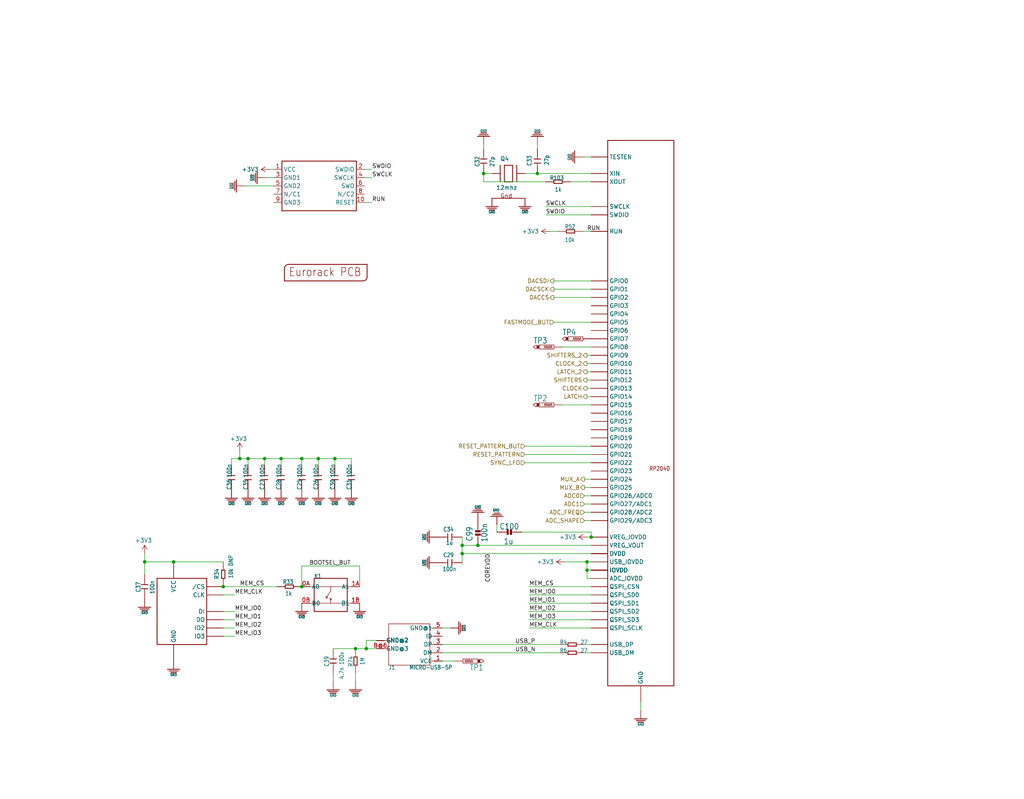
<source format=kicad_sch>
(kicad_sch (version 20211123) (generator eeschema)
  (paper "User" 314.579 245.694)
  (lib_symbols
    (symbol "PTR1B1,27_1"
      (property "Reference" "TP" (at -1.016 -6.35 90))
      (symbol "PTR1B1,27_1_1_0"
        (rectangle (start -0.381 -5.207) (end 0.381 -4.572) (fill (type outline)))
        (polyline (pts (xy -0.635 0) (xy -0.635 -4.572)) (stroke (width 0.1524)))
        (polyline (pts (xy -0.508 -5.715) (xy 0 -6.35)) (stroke (width 0.1524)))
        (polyline (pts (xy -0.508 -5.207) (xy -0.508 -5.715)) (stroke (width 0.1524)))
        (polyline (pts (xy -0.381 -2.794) (xy 0.381 -2.54)) (stroke (width 0.1524)))
        (polyline (pts (xy -0.381 -2.286) (xy 0.381 -2.032)) (stroke (width 0.1524)))
        (polyline (pts (xy -0.381 -1.778) (xy 0.381 -1.524)) (stroke (width 0.1524)))
        (polyline (pts (xy -0.381 -1.27) (xy 0.381 -1.016)) (stroke (width 0.1524)))
        (polyline (pts (xy -0.381 -0.762) (xy 0.381 -0.508)) (stroke (width 0.1524)))
        (polyline (pts (xy 0 -6.35) (xy 0.508 -5.715)) (stroke (width 0.1524)))
        (polyline (pts (xy 0.381 -3.048) (xy -0.381 -2.794)) (stroke (width 0.1524)))
        (polyline (pts (xy 0.381 -2.54) (xy -0.381 -2.286)) (stroke (width 0.1524)))
        (polyline (pts (xy 0.381 -2.032) (xy -0.381 -1.778)) (stroke (width 0.1524)))
        (polyline (pts (xy 0.381 -1.524) (xy -0.381 -1.27)) (stroke (width 0.1524)))
        (polyline (pts (xy 0.381 -1.016) (xy -0.381 -0.762)) (stroke (width 0.1524)))
        (polyline (pts (xy 0.508 -5.715) (xy 0.508 -5.207)) (stroke (width 0.1524)))
        (polyline (pts (xy 0.508 -5.207) (xy -0.508 -5.207)) (stroke (width 0.1524)))
        (polyline (pts (xy 0.635 -4.572) (xy -0.635 -4.572)) (stroke (width 0.1524)))
        (polyline (pts (xy 0.635 -4.572) (xy 0.635 0)) (stroke (width 0.1524)))
        (polyline (pts (xy 0.635 0) (xy -0.635 0)) (stroke (width 0.1524)))
        (pin input line (at 0 2.54 270) (length 2.54) (name "TP") (number "TP"))
      )
    )
    (symbol "PTR1B1,27_2"
      (property "Reference" "TP" (at -1.016 -6.35 90))
      (symbol "PTR1B1,27_2_1_0"
        (rectangle (start -0.381 -5.207) (end 0.381 -4.572) (fill (type outline)))
        (polyline (pts (xy -0.635 0) (xy -0.635 -4.572)) (stroke (width 0.1524)))
        (polyline (pts (xy -0.508 -5.715) (xy 0 -6.35)) (stroke (width 0.1524)))
        (polyline (pts (xy -0.508 -5.207) (xy -0.508 -5.715)) (stroke (width 0.1524)))
        (polyline (pts (xy -0.381 -2.794) (xy 0.381 -2.54)) (stroke (width 0.1524)))
        (polyline (pts (xy -0.381 -2.286) (xy 0.381 -2.032)) (stroke (width 0.1524)))
        (polyline (pts (xy -0.381 -1.778) (xy 0.381 -1.524)) (stroke (width 0.1524)))
        (polyline (pts (xy -0.381 -1.27) (xy 0.381 -1.016)) (stroke (width 0.1524)))
        (polyline (pts (xy -0.381 -0.762) (xy 0.381 -0.508)) (stroke (width 0.1524)))
        (polyline (pts (xy 0 -6.35) (xy 0.508 -5.715)) (stroke (width 0.1524)))
        (polyline (pts (xy 0.381 -3.048) (xy -0.381 -2.794)) (stroke (width 0.1524)))
        (polyline (pts (xy 0.381 -2.54) (xy -0.381 -2.286)) (stroke (width 0.1524)))
        (polyline (pts (xy 0.381 -2.032) (xy -0.381 -1.778)) (stroke (width 0.1524)))
        (polyline (pts (xy 0.381 -1.524) (xy -0.381 -1.27)) (stroke (width 0.1524)))
        (polyline (pts (xy 0.381 -1.016) (xy -0.381 -0.762)) (stroke (width 0.1524)))
        (polyline (pts (xy 0.508 -5.715) (xy 0.508 -5.207)) (stroke (width 0.1524)))
        (polyline (pts (xy 0.508 -5.207) (xy -0.508 -5.207)) (stroke (width 0.1524)))
        (polyline (pts (xy 0.635 -4.572) (xy -0.635 -4.572)) (stroke (width 0.1524)))
        (polyline (pts (xy 0.635 -4.572) (xy 0.635 0)) (stroke (width 0.1524)))
        (polyline (pts (xy 0.635 0) (xy -0.635 0)) (stroke (width 0.1524)))
        (pin input line (at 0 2.54 270) (length 2.54) (name "TP") (number "TP"))
      )
    )
    (symbol "PTR1B1,27_3"
      (property "Reference" "TP" (at -1.016 -6.35 90))
      (symbol "PTR1B1,27_3_1_0"
        (rectangle (start -0.381 -5.207) (end 0.381 -4.572) (fill (type outline)))
        (polyline (pts (xy -0.635 0) (xy -0.635 -4.572)) (stroke (width 0.1524)))
        (polyline (pts (xy -0.508 -5.715) (xy 0 -6.35)) (stroke (width 0.1524)))
        (polyline (pts (xy -0.508 -5.207) (xy -0.508 -5.715)) (stroke (width 0.1524)))
        (polyline (pts (xy -0.381 -2.794) (xy 0.381 -2.54)) (stroke (width 0.1524)))
        (polyline (pts (xy -0.381 -2.286) (xy 0.381 -2.032)) (stroke (width 0.1524)))
        (polyline (pts (xy -0.381 -1.778) (xy 0.381 -1.524)) (stroke (width 0.1524)))
        (polyline (pts (xy -0.381 -1.27) (xy 0.381 -1.016)) (stroke (width 0.1524)))
        (polyline (pts (xy -0.381 -0.762) (xy 0.381 -0.508)) (stroke (width 0.1524)))
        (polyline (pts (xy 0 -6.35) (xy 0.508 -5.715)) (stroke (width 0.1524)))
        (polyline (pts (xy 0.381 -3.048) (xy -0.381 -2.794)) (stroke (width 0.1524)))
        (polyline (pts (xy 0.381 -2.54) (xy -0.381 -2.286)) (stroke (width 0.1524)))
        (polyline (pts (xy 0.381 -2.032) (xy -0.381 -1.778)) (stroke (width 0.1524)))
        (polyline (pts (xy 0.381 -1.524) (xy -0.381 -1.27)) (stroke (width 0.1524)))
        (polyline (pts (xy 0.381 -1.016) (xy -0.381 -0.762)) (stroke (width 0.1524)))
        (polyline (pts (xy 0.508 -5.715) (xy 0.508 -5.207)) (stroke (width 0.1524)))
        (polyline (pts (xy 0.508 -5.207) (xy -0.508 -5.207)) (stroke (width 0.1524)))
        (polyline (pts (xy 0.635 -4.572) (xy -0.635 -4.572)) (stroke (width 0.1524)))
        (polyline (pts (xy 0.635 -4.572) (xy 0.635 0)) (stroke (width 0.1524)))
        (polyline (pts (xy 0.635 0) (xy -0.635 0)) (stroke (width 0.1524)))
        (pin input line (at 0 2.54 270) (length 2.54) (name "TP") (number "TP"))
      )
    )
    (symbol "TINRS - Wobbler (pico)sch-eagle-import:BUTTON-4P-3100010P1"
      (property "Reference" "K" (at -5.08 5.08 0))
      (property "Value" "BUTTON-4P-3100010P1" (at 0 5.08 0))
      (symbol "BUTTON-4P-3100010P1_1_0"
        (circle (center -1.27 -0.762) (radius 0.254))
        (circle (center 0 -1.27) (radius 0.254))
        (polyline (pts (xy -6.35 -2.54) (xy -5.08 -2.54)) (stroke (width 0.1524)))
        (polyline (pts (xy -6.35 2.54) (xy -5.08 2.54)) (stroke (width 0.1524)))
        (polyline (pts (xy -5.08 -5.08) (xy -5.08 -2.54)) (stroke (width 0.254)))
        (polyline (pts (xy -5.08 -2.54) (xy -5.08 2.54)) (stroke (width 0.254)))
        (polyline (pts (xy -5.08 2.54) (xy -5.08 5.08)) (stroke (width 0.254)))
        (polyline (pts (xy -5.08 2.54) (xy 0 2.54)) (stroke (width 0.1524)))
        (polyline (pts (xy -5.08 5.08) (xy 5.08 5.08)) (stroke (width 0.254)))
        (polyline (pts (xy 0 -2.54) (xy -5.08 -2.54)) (stroke (width 0.1524)))
        (polyline (pts (xy 0 -2.54) (xy 5.08 -2.54)) (stroke (width 0.1524)))
        (polyline (pts (xy 0 -1.27) (xy 0 -2.54)) (stroke (width 0.1524)))
        (polyline (pts (xy 0 1.27) (xy -1.27 -0.762)) (stroke (width 0.1524)))
        (polyline (pts (xy 0 2.54) (xy 0 1.27)) (stroke (width 0.1524)))
        (polyline (pts (xy 0 2.54) (xy 5.08 2.54)) (stroke (width 0.1524)))
        (polyline (pts (xy 5.08 -5.08) (xy -5.08 -5.08)) (stroke (width 0.254)))
        (polyline (pts (xy 5.08 -2.54) (xy 5.08 -5.08)) (stroke (width 0.254)))
        (polyline (pts (xy 5.08 2.54) (xy 5.08 -2.54)) (stroke (width 0.254)))
        (polyline (pts (xy 5.08 5.08) (xy 5.08 2.54)) (stroke (width 0.254)))
        (polyline (pts (xy 6.35 -2.54) (xy 5.08 -2.54)) (stroke (width 0.1524)))
        (polyline (pts (xy 6.35 2.54) (xy 5.08 2.54)) (stroke (width 0.1524)))
        (pin bidirectional line (at -8.89 2.54 0) (length 2.54) (name "A0") (number "0A"))
        (pin bidirectional line (at -8.89 -2.54 0) (length 2.54) (name "B0") (number "0B"))
        (pin bidirectional line (at 8.89 2.54 180) (length 2.54) (name "A1") (number "1A"))
        (pin bidirectional line (at 8.89 -2.54 180) (length 2.54) (name "B1") (number "1B"))
      )
    )
    (symbol "TINRS - Wobbler (pico)sch-eagle-import:C-0402"
      (property "Reference" "C" (at -3.81 0 0))
      (property "Value" "C-0402" (at 0 0 0))
      (symbol "C-0402_1_0"
        (polyline (pts (xy -1.27 0) (xy -0.635 0)) (stroke (width 0.1524)))
        (polyline (pts (xy -0.635 -1.016) (xy -0.635 0)) (stroke (width 0.254)))
        (polyline (pts (xy -0.635 0) (xy -0.635 1.016)) (stroke (width 0.254)))
        (polyline (pts (xy 0.635 0) (xy 0.635 -1.016)) (stroke (width 0.254)))
        (polyline (pts (xy 0.635 0) (xy 1.27 0)) (stroke (width 0.1524)))
        (polyline (pts (xy 0.635 1.016) (xy 0.635 0)) (stroke (width 0.254)))
        (pin passive line (at -3.81 0 0) (length 2.54) (name "1") (number "1"))
        (pin passive line (at 3.81 0 180) (length 2.54) (name "2") (number "2"))
      )
    )
    (symbol "TINRS - Wobbler (pico)sch-eagle-import:C-1206"
      (property "Reference" "C" (at -3.81 0 0))
      (property "Value" "C-1206" (at 0 0 0))
      (symbol "C-1206_1_0"
        (polyline (pts (xy -1.27 0) (xy -0.635 0)) (stroke (width 0.1524)))
        (polyline (pts (xy -0.635 -1.016) (xy -0.635 0)) (stroke (width 0.254)))
        (polyline (pts (xy -0.635 0) (xy -0.635 1.016)) (stroke (width 0.254)))
        (polyline (pts (xy 0.635 0) (xy 0.635 -1.016)) (stroke (width 0.254)))
        (polyline (pts (xy 0.635 0) (xy 1.27 0)) (stroke (width 0.1524)))
        (polyline (pts (xy 0.635 1.016) (xy 0.635 0)) (stroke (width 0.254)))
        (pin passive line (at -3.81 0 0) (length 2.54) (name "1") (number "1"))
        (pin passive line (at 3.81 0 180) (length 2.54) (name "2") (number "2"))
      )
    )
    (symbol "TINRS - Wobbler (pico)sch-eagle-import:C-EUC0402"
      (property "Reference" "C" (at 1.524 0.381 0))
      (property "Value" "C-EUC0402" (at 1.524 -4.699 0))
      (symbol "C-EUC0402_1_0"
        (rectangle (start -0.762 -2.032) (end 0.762 -1.524) (fill (type outline)))
        (rectangle (start -0.762 -1.016) (end 0.762 -0.508) (fill (type outline)))
        (polyline (pts (xy 0 -2.54) (xy 0 -2.032)) (stroke (width 0.1524)))
        (polyline (pts (xy 0 0) (xy 0 -0.508)) (stroke (width 0.1524)))
        (pin passive line (at 0 2.54 270) (length 2.54) (name "1") (number "1"))
        (pin passive line (at 0 -5.08 90) (length 2.54) (name "2") (number "2"))
      )
    )
    (symbol "TINRS - Wobbler (pico)sch-eagle-import:CORTEX_SWD"
      (symbol "CORTEX_SWD_1_0"
        (polyline (pts (xy -10.16 -7.62) (xy 12.7 -7.62)) (stroke (width 0.254)))
        (polyline (pts (xy -10.16 7.62) (xy -10.16 -7.62)) (stroke (width 0.254)))
        (polyline (pts (xy 12.7 -7.62) (xy 12.7 7.62)) (stroke (width 0.254)))
        (polyline (pts (xy 12.7 7.62) (xy -10.16 7.62)) (stroke (width 0.254)))
        (pin bidirectional line (at -12.7 5.08 0) (length 2.54) (name "VCC") (number "1"))
        (pin bidirectional line (at 15.24 -5.08 180) (length 2.54) (name "RESET") (number "10"))
        (pin bidirectional line (at 15.24 5.08 180) (length 2.54) (name "SWDIO") (number "2"))
        (pin bidirectional line (at -12.7 2.54 0) (length 2.54) (name "GND1") (number "3"))
        (pin bidirectional line (at 15.24 2.54 180) (length 2.54) (name "SWCLK") (number "4"))
        (pin bidirectional line (at -12.7 0 0) (length 2.54) (name "GND2") (number "5"))
        (pin bidirectional line (at 15.24 0 180) (length 2.54) (name "SWO") (number "6"))
        (pin bidirectional line (at -12.7 -2.54 0) (length 2.54) (name "N/C1") (number "7"))
        (pin bidirectional line (at 15.24 -2.54 180) (length 2.54) (name "N/C2") (number "8"))
        (pin bidirectional line (at -12.7 -5.08 0) (length 2.54) (name "GND3") (number "9"))
      )
    )
    (symbol "TINRS - Wobbler (pico)sch-eagle-import:EURORACK_PCB12HP"
      (symbol "EURORACK_PCB12HP_1_0"
        (polyline (pts (xy -1.27 -1.27) (xy 22.86 -1.27)) (stroke (width 0.254)))
        (polyline (pts (xy -1.27 2.54) (xy -1.27 -1.27)) (stroke (width 0.254)))
        (polyline (pts (xy 24.13 0) (xy 24.13 3.81)) (stroke (width 0.254)))
        (polyline (pts (xy 24.13 3.81) (xy 0 3.81)) (stroke (width 0.254)))
        (arc (start 0 3.81) (mid -0.898 3.438) (end -1.27 2.54) (stroke (width 0.254)))
        (arc (start 22.86 -1.27) (mid 23.758 -0.898) (end 24.13 0) (stroke (width 0.254)))
        (text "Eurorack PCB" (at 0 0 0) (effects (font (size 2.54 2.159)) (justify left bottom)))
      )
    )
    (symbol "TINRS - Wobbler (pico)sch-eagle-import:GND" (power)
      (property "Value" "GND" (at 0 -1.27 0))
      (symbol "GND_1_0"
        (polyline (pts (xy -1.905 0) (xy 1.905 0)) (stroke (width 0.254)))
        (polyline (pts (xy -1.397 -0.508) (xy 1.397 -0.508)) (stroke (width 0.254)))
        (polyline (pts (xy -0.889 -1.016) (xy 0.889 -1.016)) (stroke (width 0.254)))
        (pin power_in line (at 0 2.54 270) (length 2.54) (name "GND") (number "1"))
      )
    )
    (symbol "TINRS - Wobbler (pico)sch-eagle-import:MICRO-USB-5P"
      (property "Reference" "J" (at -6.35 6.35 0))
      (property "Value" "MICRO-USB-5P" (at 0 6.35 0))
      (symbol "MICRO-USB-5P_1_0"
        (polyline (pts (xy -7.62 -1.27) (xy -6.35 -1.27)) (stroke (width 0.1524)))
        (polyline (pts (xy -7.62 1.27) (xy -6.35 1.27)) (stroke (width 0.1524)))
        (polyline (pts (xy -6.35 -6.35) (xy 6.35 -6.35)) (stroke (width 0.1524)))
        (polyline (pts (xy -6.35 -1.27) (xy -6.35 -6.35)) (stroke (width 0.1524)))
        (polyline (pts (xy -6.35 1.27) (xy -6.35 -1.27)) (stroke (width 0.1524)))
        (polyline (pts (xy -6.35 6.35) (xy -6.35 1.27)) (stroke (width 0.1524)))
        (polyline (pts (xy 6.35 -6.35) (xy 6.35 -5.08)) (stroke (width 0.1524)))
        (polyline (pts (xy 6.35 -5.08) (xy 6.35 -2.54)) (stroke (width 0.1524)))
        (polyline (pts (xy 6.35 -5.08) (xy 7.62 -5.08)) (stroke (width 0.1524)))
        (polyline (pts (xy 6.35 -2.54) (xy 6.35 0)) (stroke (width 0.1524)))
        (polyline (pts (xy 6.35 -2.54) (xy 7.62 -2.54)) (stroke (width 0.1524)))
        (polyline (pts (xy 6.35 0) (xy 6.35 2.54)) (stroke (width 0.1524)))
        (polyline (pts (xy 6.35 0) (xy 7.62 0)) (stroke (width 0.1524)))
        (polyline (pts (xy 6.35 2.54) (xy 6.35 5.08)) (stroke (width 0.1524)))
        (polyline (pts (xy 6.35 2.54) (xy 7.62 2.54)) (stroke (width 0.1524)))
        (polyline (pts (xy 6.35 5.08) (xy 6.35 6.35)) (stroke (width 0.1524)))
        (polyline (pts (xy 6.35 5.08) (xy 8.89 5.08)) (stroke (width 0.1524)))
        (polyline (pts (xy 6.35 6.35) (xy -6.35 6.35)) (stroke (width 0.1524)))
        (pin bidirectional line (at 10.16 5.08 180) (length 2.54) (name "VCC") (number "1"))
        (pin bidirectional line (at 10.16 2.54 180) (length 2.54) (name "DM") (number "2"))
        (pin bidirectional line (at 10.16 0 180) (length 2.54) (name "DP") (number "3"))
        (pin bidirectional line (at 10.16 -2.54 180) (length 2.54) (name "ID") (number "4"))
        (pin bidirectional line (at 10.16 -5.08 180) (length 2.54) (name "GND@1") (number "5"))
        (pin bidirectional line (at -10.16 -1.27 0) (length 2.54) (name "GND@2") (number "B@1"))
        (pin bidirectional line (at -10.16 -1.27 0) (length 2.54) (name "GND@2") (number "B@10"))
        (pin bidirectional line (at -10.16 -1.27 0) (length 2.54) (name "GND@2") (number "B@11"))
        (pin bidirectional line (at -10.16 -1.27 0) (length 2.54) (name "GND@2") (number "B@12"))
        (pin bidirectional line (at -10.16 -1.27 0) (length 2.54) (name "GND@2") (number "B@2"))
        (pin bidirectional line (at -10.16 -1.27 0) (length 2.54) (name "GND@2") (number "B@3"))
        (pin bidirectional line (at -10.16 -1.27 0) (length 2.54) (name "GND@2") (number "B@4"))
        (pin bidirectional line (at -10.16 -1.27 0) (length 2.54) (name "GND@2") (number "B@5"))
        (pin bidirectional line (at -10.16 1.27 0) (length 2.54) (name "GND@3") (number "B@6"))
        (pin bidirectional line (at -10.16 -1.27 0) (length 2.54) (name "GND@2") (number "B@7"))
        (pin bidirectional line (at -10.16 -1.27 0) (length 2.54) (name "GND@2") (number "B@8"))
        (pin bidirectional line (at -10.16 -1.27 0) (length 2.54) (name "GND@2") (number "B@9"))
      )
    )
    (symbol "TINRS - Wobbler (pico)sch-eagle-import:PTR1B1,27"
      (property "Reference" "TP" (at -1.016 -6.35 90))
      (symbol "PTR1B1,27_1_0"
        (rectangle (start -0.381 -5.207) (end 0.381 -4.572) (fill (type outline)))
        (polyline (pts (xy -0.635 0) (xy -0.635 -4.572)) (stroke (width 0.1524)))
        (polyline (pts (xy -0.508 -5.715) (xy 0 -6.35)) (stroke (width 0.1524)))
        (polyline (pts (xy -0.508 -5.207) (xy -0.508 -5.715)) (stroke (width 0.1524)))
        (polyline (pts (xy -0.381 -2.794) (xy 0.381 -2.54)) (stroke (width 0.1524)))
        (polyline (pts (xy -0.381 -2.286) (xy 0.381 -2.032)) (stroke (width 0.1524)))
        (polyline (pts (xy -0.381 -1.778) (xy 0.381 -1.524)) (stroke (width 0.1524)))
        (polyline (pts (xy -0.381 -1.27) (xy 0.381 -1.016)) (stroke (width 0.1524)))
        (polyline (pts (xy -0.381 -0.762) (xy 0.381 -0.508)) (stroke (width 0.1524)))
        (polyline (pts (xy 0 -6.35) (xy 0.508 -5.715)) (stroke (width 0.1524)))
        (polyline (pts (xy 0.381 -3.048) (xy -0.381 -2.794)) (stroke (width 0.1524)))
        (polyline (pts (xy 0.381 -2.54) (xy -0.381 -2.286)) (stroke (width 0.1524)))
        (polyline (pts (xy 0.381 -2.032) (xy -0.381 -1.778)) (stroke (width 0.1524)))
        (polyline (pts (xy 0.381 -1.524) (xy -0.381 -1.27)) (stroke (width 0.1524)))
        (polyline (pts (xy 0.381 -1.016) (xy -0.381 -0.762)) (stroke (width 0.1524)))
        (polyline (pts (xy 0.508 -5.715) (xy 0.508 -5.207)) (stroke (width 0.1524)))
        (polyline (pts (xy 0.508 -5.207) (xy -0.508 -5.207)) (stroke (width 0.1524)))
        (polyline (pts (xy 0.635 -4.572) (xy -0.635 -4.572)) (stroke (width 0.1524)))
        (polyline (pts (xy 0.635 -4.572) (xy 0.635 0)) (stroke (width 0.1524)))
        (polyline (pts (xy 0.635 0) (xy -0.635 0)) (stroke (width 0.1524)))
        (pin input line (at 0 2.54 270) (length 2.54) (name "TP") (number "TP"))
      )
    )
    (symbol "TINRS - Wobbler (pico)sch-eagle-import:R-0402"
      (property "Reference" "R" (at -3.81 0 0))
      (property "Value" "R-0402" (at 2.54 0 0))
      (symbol "R-0402_1_0"
        (polyline (pts (xy -1.27 -0.508) (xy -1.27 0.508)) (stroke (width 0.254)))
        (polyline (pts (xy -1.27 0.508) (xy 1.27 0.508)) (stroke (width 0.254)))
        (polyline (pts (xy 1.27 -0.508) (xy -1.27 -0.508)) (stroke (width 0.254)))
        (polyline (pts (xy 1.27 0.508) (xy 1.27 -0.508)) (stroke (width 0.254)))
        (pin passive line (at -3.81 0 0) (length 2.54) (name "1") (number "1"))
        (pin passive line (at 3.81 0 180) (length 2.54) (name "2") (number "2"))
      )
    )
    (symbol "TINRS - Wobbler (pico)sch-eagle-import:R-0603"
      (property "Reference" "R" (at -3.81 0 0))
      (property "Value" "R-0603" (at 2.54 0 0))
      (symbol "R-0603_1_0"
        (polyline (pts (xy -1.27 -0.508) (xy -1.27 0.508)) (stroke (width 0.254)))
        (polyline (pts (xy -1.27 0.508) (xy 1.27 0.508)) (stroke (width 0.254)))
        (polyline (pts (xy 1.27 -0.508) (xy -1.27 -0.508)) (stroke (width 0.254)))
        (polyline (pts (xy 1.27 0.508) (xy 1.27 -0.508)) (stroke (width 0.254)))
        (pin passive line (at -3.81 0 0) (length 2.54) (name "1") (number "1"))
        (pin passive line (at 3.81 0 180) (length 2.54) (name "2") (number "2"))
      )
    )
    (symbol "TINRS - Wobbler (pico)sch-eagle-import:RP2040"
      (symbol "RP2040_1_0"
        (polyline (pts (xy -12.7 -66.04) (xy 7.62 -66.04)) (stroke (width 0.254)))
        (polyline (pts (xy -12.7 101.6) (xy -12.7 -66.04)) (stroke (width 0.254)))
        (polyline (pts (xy 7.62 -66.04) (xy 7.62 101.6)) (stroke (width 0.254)))
        (polyline (pts (xy 7.62 101.6) (xy -12.7 101.6)) (stroke (width 0.254)))
        (text "RP2040" (at 0 0 0) (effects (font (size 1.27 1.0795)) (justify left bottom)))
        (pin bidirectional line (at -2.54 -71.12 90) (length 5.08) (name "GND") (number "GND"))
        (pin bidirectional line (at -17.78 -30.48 0) (length 5.08) (name "IOVDD") (number "P$1"))
        (pin bidirectional line (at -17.78 -30.48 0) (length 5.08) (name "IOVDD") (number "P$10"))
        (pin bidirectional line (at -17.78 38.1 0) (length 5.08) (name "GPIO8") (number "P$11"))
        (pin bidirectional line (at -17.78 35.56 0) (length 5.08) (name "GPIO9") (number "P$12"))
        (pin bidirectional line (at -17.78 33.02 0) (length 5.08) (name "GPIO10") (number "P$13"))
        (pin bidirectional line (at -17.78 30.48 0) (length 5.08) (name "GPIO11") (number "P$14"))
        (pin bidirectional line (at -17.78 27.94 0) (length 5.08) (name "GPIO12") (number "P$15"))
        (pin bidirectional line (at -17.78 25.4 0) (length 5.08) (name "GPIO13") (number "P$16"))
        (pin bidirectional line (at -17.78 22.86 0) (length 5.08) (name "GPIO14") (number "P$17"))
        (pin bidirectional line (at -17.78 20.32 0) (length 5.08) (name "GPIO15") (number "P$18"))
        (pin bidirectional line (at -17.78 96.52 0) (length 5.08) (name "TESTEN") (number "P$19"))
        (pin bidirectional line (at -17.78 58.42 0) (length 5.08) (name "GPIO0") (number "P$2"))
        (pin bidirectional line (at -17.78 91.44 0) (length 5.08) (name "XIN") (number "P$20"))
        (pin bidirectional line (at -17.78 88.9 0) (length 5.08) (name "XOUT") (number "P$21"))
        (pin bidirectional line (at -17.78 -30.48 0) (length 5.08) (name "IOVDD") (number "P$22"))
        (pin bidirectional line (at -17.78 -25.4 0) (length 5.08) (name "DVDD") (number "P$23"))
        (pin bidirectional line (at -17.78 81.28 0) (length 5.08) (name "SWCLK") (number "P$24"))
        (pin bidirectional line (at -17.78 78.74 0) (length 5.08) (name "SWDIO") (number "P$25"))
        (pin bidirectional line (at -17.78 73.66 0) (length 5.08) (name "RUN") (number "P$26"))
        (pin bidirectional line (at -17.78 17.78 0) (length 5.08) (name "GPIO16") (number "P$27"))
        (pin bidirectional line (at -17.78 15.24 0) (length 5.08) (name "GPIO17") (number "P$28"))
        (pin bidirectional line (at -17.78 12.7 0) (length 5.08) (name "GPIO18") (number "P$29"))
        (pin bidirectional line (at -17.78 55.88 0) (length 5.08) (name "GPIO1") (number "P$3"))
        (pin bidirectional line (at -17.78 10.16 0) (length 5.08) (name "GPIO19") (number "P$30"))
        (pin bidirectional line (at -17.78 7.62 0) (length 5.08) (name "GPIO20") (number "P$31"))
        (pin bidirectional line (at -17.78 5.08 0) (length 5.08) (name "GPIO21") (number "P$32"))
        (pin bidirectional line (at -17.78 -30.48 0) (length 5.08) (name "IOVDD") (number "P$33"))
        (pin bidirectional line (at -17.78 2.54 0) (length 5.08) (name "GPIO22") (number "P$34"))
        (pin bidirectional line (at -17.78 0 0) (length 5.08) (name "GPIO23") (number "P$35"))
        (pin bidirectional line (at -17.78 -2.54 0) (length 5.08) (name "GPIO24") (number "P$36"))
        (pin bidirectional line (at -17.78 -5.08 0) (length 5.08) (name "GPIO25") (number "P$37"))
        (pin bidirectional line (at -17.78 -7.62 0) (length 5.08) (name "GPIO26/ADC0") (number "P$38"))
        (pin bidirectional line (at -17.78 -10.16 0) (length 5.08) (name "GPIO27/ADC1") (number "P$39"))
        (pin bidirectional line (at -17.78 53.34 0) (length 5.08) (name "GPIO2") (number "P$4"))
        (pin bidirectional line (at -17.78 -12.7 0) (length 5.08) (name "GPIO28/ADC2") (number "P$40"))
        (pin bidirectional line (at -17.78 -15.24 0) (length 5.08) (name "GPIO29/ADC3") (number "P$41"))
        (pin bidirectional line (at -17.78 -30.48 0) (length 5.08) (name "IOVDD") (number "P$42"))
        (pin bidirectional line (at -17.78 -33.02 0) (length 5.08) (name "ADC_IOVDD") (number "P$43"))
        (pin bidirectional line (at -17.78 -20.32 0) (length 5.08) (name "VREG_IOVDD") (number "P$44"))
        (pin bidirectional line (at -17.78 -22.86 0) (length 5.08) (name "VREG_VOUT") (number "P$45"))
        (pin bidirectional line (at -17.78 -55.88 0) (length 5.08) (name "USB_DM") (number "P$46"))
        (pin bidirectional line (at -17.78 -53.34 0) (length 5.08) (name "USB_DP") (number "P$47"))
        (pin bidirectional line (at -17.78 -27.94 0) (length 5.08) (name "USB_IOVDD") (number "P$48"))
        (pin bidirectional line (at -17.78 -30.48 0) (length 5.08) (name "IOVDD") (number "P$49"))
        (pin bidirectional line (at -17.78 50.8 0) (length 5.08) (name "GPIO3") (number "P$5"))
        (pin bidirectional line (at -17.78 -25.4 0) (length 5.08) (name "DVDD") (number "P$50"))
        (pin bidirectional line (at -17.78 -45.72 0) (length 5.08) (name "QSPI_SD3") (number "P$51"))
        (pin bidirectional line (at -17.78 -48.26 0) (length 5.08) (name "QSPI_SCLK") (number "P$52"))
        (pin bidirectional line (at -17.78 -38.1 0) (length 5.08) (name "QSPI_SD0") (number "P$53"))
        (pin bidirectional line (at -17.78 -43.18 0) (length 5.08) (name "QSPI_SD2") (number "P$54"))
        (pin bidirectional line (at -17.78 -40.64 0) (length 5.08) (name "QSPI_SD1") (number "P$55"))
        (pin bidirectional line (at -17.78 -35.56 0) (length 5.08) (name "QSPI_CSN") (number "P$56"))
        (pin bidirectional line (at -17.78 48.26 0) (length 5.08) (name "GPIO4") (number "P$6"))
        (pin bidirectional line (at -17.78 45.72 0) (length 5.08) (name "GPIO5") (number "P$7"))
        (pin bidirectional line (at -17.78 43.18 0) (length 5.08) (name "GPIO6") (number "P$8"))
        (pin bidirectional line (at -17.78 40.64 0) (length 5.08) (name "GPIO7") (number "P$9"))
      )
    )
    (symbol "TINRS - Wobbler (pico)sch-eagle-import:W25Q128JVSIQ"
      (symbol "W25Q128JVSIQ_1_0"
        (polyline (pts (xy -10.16 -10.16) (xy 5.08 -10.16)) (stroke (width 0.254)))
        (polyline (pts (xy -10.16 10.16) (xy -10.16 -10.16)) (stroke (width 0.254)))
        (polyline (pts (xy 5.08 -10.16) (xy 5.08 10.16)) (stroke (width 0.254)))
        (polyline (pts (xy 5.08 10.16) (xy -10.16 10.16)) (stroke (width 0.254)))
        (pin bidirectional line (at -15.24 7.62 0) (length 5.08) (name "/CS") (number "1"))
        (pin bidirectional line (at -15.24 -2.54 0) (length 5.08) (name "DO") (number "2"))
        (pin bidirectional line (at -15.24 -5.08 0) (length 5.08) (name "IO2") (number "3"))
        (pin bidirectional line (at 0 -15.24 90) (length 5.08) (name "GND") (number "4"))
        (pin bidirectional line (at -15.24 0 0) (length 5.08) (name "DI") (number "5"))
        (pin bidirectional line (at -15.24 5.08 0) (length 5.08) (name "CLK") (number "6"))
        (pin bidirectional line (at -15.24 -7.62 0) (length 5.08) (name "IO3") (number "7"))
        (pin bidirectional line (at 0 15.24 270) (length 5.08) (name "VCC") (number "8"))
      )
    )
    (symbol "TINRS - Wobbler (pico)sch-eagle-import:XTAL-4-3225"
      (property "Reference" "Q" (at -2.54 3.81 0))
      (property "Value" "XTAL-4-3225" (at -3.81 -5.08 0))
      (symbol "XTAL-4-3225_1_0"
        (polyline (pts (xy -2.54 2.54) (xy -2.54 -2.54)) (stroke (width 0.254)))
        (polyline (pts (xy -1.27 -2.54) (xy 1.27 -2.54)) (stroke (width 0.254)))
        (polyline (pts (xy -1.27 2.54) (xy -1.27 -2.54)) (stroke (width 0.254)))
        (polyline (pts (xy 1.27 -2.54) (xy 1.27 2.54)) (stroke (width 0.254)))
        (polyline (pts (xy 1.27 2.54) (xy -1.27 2.54)) (stroke (width 0.254)))
        (polyline (pts (xy 2.54 2.54) (xy 2.54 -2.54)) (stroke (width 0.254)))
        (text "Gnd" (at -2.54 -7.62 0) (effects (font (size 1.27 1.27)) (justify left bottom)))
        (pin bidirectional line (at -5.08 0 0) (length 2.54) (name "X1") (number "1"))
        (pin power_in line (at 5.08 -7.62 180) (length 5.08) (name "G2") (number "2"))
        (pin bidirectional line (at 5.08 0 180) (length 2.54) (name "X2") (number "3"))
        (pin power_in line (at -5.08 -7.62 0) (length 5.08) (name "G1") (number "4"))
      )
    )
    (symbol "power:+3.3V" (power) (pin_names (offset 0))
      (property "Value" "+3.3V" (at 0 3.556 0))
      (symbol "+3.3V_0_1"
        (polyline (pts (xy -0.762 1.27) (xy 0 2.54)))
        (polyline (pts (xy 0 0) (xy 0 2.54)))
        (polyline (pts (xy 0 2.54) (xy 0.762 1.27)))
      )
      (symbol "+3.3V_1_1"
        (pin power_in line (at 0 0 90) (length 0) hide (name "+3V3") (number "1"))
      )
    )
  )
  (junction (at 73.66 140.97))
  (junction (at 53.34 172.72))
  (junction (at 102.87 140.97))
  (junction (at 92.71 180.34))
  (junction (at 86.36 140.97))
  (junction (at 148.59 53.34))
  (junction (at 141.986 167.64))
  (junction (at 81.28 140.97))
  (junction (at 146.812 167.64))
  (junction (at 112.522 199.39))
  (junction (at 97.79 140.97))
  (junction (at 181.61 165.1))
  (junction (at 68.58 180.34))
  (junction (at 180.34 172.72))
  (junction (at 92.71 140.97))
  (junction (at 44.45 172.72))
  (junction (at 165.1 53.34))
  (junction (at 141.986 170.18))
  (junction (at 109.22 199.39))
  (junction (at 180.34 175.26))
  (junction (at 76.2 140.97))
  (wire (pts (xy 68.58 187.96) (xy 72.136 187.96)))
  (wire (pts (xy 167.64 66.04) (xy 181.61 66.04)))
  (wire (pts (xy 102.87 140.97) (xy 107.95 140.97)))
  (wire (pts (xy 180.34 165.1) (xy 181.61 165.1)))
  (wire (pts (xy 97.79 140.97) (xy 102.87 140.97)))
  (wire (pts (xy 171.958 200.66) (xy 135.89 200.66)))
  (wire (pts (xy 112.522 196.85) (xy 112.522 199.39)))
  (wire (pts (xy 179.578 200.66) (xy 181.61 200.66)))
  (wire (pts (xy 181.61 157.48) (xy 179.578 157.48)))
  (wire (pts (xy 165.1 53.34) (xy 181.61 53.34)))
  (wire (pts (xy 181.61 139.7) (xy 161.29 139.7)))
  (wire (pts (xy 112.522 196.85) (xy 115.57 196.85)))
  (wire (pts (xy 180.34 109.22) (xy 181.61 109.22)))
  (wire (pts (xy 148.59 55.88) (xy 148.59 53.34)))
  (wire (pts (xy 68.58 193.04) (xy 72.136 193.04)))
  (wire (pts (xy 107.95 140.97) (xy 107.95 143.002)))
  (wire (pts (xy 180.34 175.26) (xy 180.34 177.8)))
  (wire (pts (xy 160.274 163.576) (xy 181.61 163.576)))
  (wire (pts (xy 181.61 147.32) (xy 179.578 147.32)))
  (wire (pts (xy 86.36 143.002) (xy 86.36 140.97)))
  (wire (pts (xy 139.7 203.2) (xy 135.89 203.2)))
  (wire (pts (xy 181.61 149.86) (xy 179.578 149.86)))
  (wire (pts (xy 148.59 53.34) (xy 151.13 53.34)))
  (wire (pts (xy 181.61 88.9) (xy 170.18 88.9)))
  (wire (pts (xy 141.986 167.64) (xy 141.986 165.1)))
  (wire (pts (xy 112.522 199.39) (xy 115.57 199.39)))
  (wire (pts (xy 141.986 170.18) (xy 181.61 170.18)))
  (wire (pts (xy 109.22 207.01) (xy 109.22 209.55)))
  (wire (pts (xy 181.61 193.04) (xy 162.56 193.04)))
  (wire (pts (xy 76.2 143.002) (xy 76.2 140.97)))
  (wire (pts (xy 181.61 185.42) (xy 162.56 185.42)))
  (wire (pts (xy 152.654 161.29) (xy 152.654 163.576)))
  (wire (pts (xy 146.812 167.64) (xy 141.986 167.64)))
  (wire (pts (xy 112.014 52.07) (xy 114.3 52.07)))
  (wire (pts (xy 73.66 140.97) (xy 71.12 140.97)))
  (wire (pts (xy 68.58 190.5) (xy 72.136 190.5)))
  (wire (pts (xy 102.87 143.002) (xy 102.87 140.97)))
  (wire (pts (xy 161.29 53.34) (xy 165.1 53.34)))
  (wire (pts (xy 181.61 160.02) (xy 179.578 160.02)))
  (wire (pts (xy 44.45 172.72) (xy 53.34 172.72)))
  (wire (pts (xy 180.34 116.84) (xy 181.61 116.84)))
  (wire (pts (xy 82.804 52.07) (xy 84.074 52.07)))
  (wire (pts (xy 102.362 207.01) (xy 102.362 209.55)))
  (wire (pts (xy 179.578 198.12) (xy 181.61 198.12)))
  (wire (pts (xy 180.34 172.72) (xy 181.61 172.72)))
  (wire (pts (xy 165.1 44.45) (xy 165.1 45.72)))
  (wire (pts (xy 180.34 121.92) (xy 181.61 121.92)))
  (wire (pts (xy 181.61 163.576) (xy 181.61 165.1)))
  (wire (pts (xy 171.958 198.12) (xy 135.89 198.12)))
  (wire (pts (xy 141.986 170.18) (xy 141.986 167.64)))
  (wire (pts (xy 179.07 48.26) (xy 181.61 48.26)))
  (wire (pts (xy 172.72 106.68) (xy 181.61 106.68)))
  (wire (pts (xy 196.85 218.44) (xy 196.85 215.9)))
  (wire (pts (xy 92.71 173.99) (xy 92.71 180.34)))
  (wire (pts (xy 171.45 71.12) (xy 168.91 71.12)))
  (wire (pts (xy 181.61 182.88) (xy 162.56 182.88)))
  (wire (pts (xy 81.28 143.002) (xy 81.28 140.97)))
  (wire (pts (xy 181.61 86.36) (xy 170.18 86.36)))
  (wire (pts (xy 181.61 142.24) (xy 161.29 142.24)))
  (wire (pts (xy 180.34 177.8) (xy 181.61 177.8)))
  (wire (pts (xy 180.34 172.72) (xy 180.34 175.26)))
  (wire (pts (xy 180.34 119.38) (xy 181.61 119.38)))
  (wire (pts (xy 180.34 175.26) (xy 181.61 175.26)))
  (wire (pts (xy 181.61 63.5) (xy 167.64 63.5)))
  (wire (pts (xy 181.61 187.96) (xy 162.56 187.96)))
  (wire (pts (xy 92.71 143.002) (xy 92.71 140.97)))
  (wire (pts (xy 181.61 99.06) (xy 170.18 99.06)))
  (wire (pts (xy 181.61 137.16) (xy 161.29 137.16)))
  (wire (pts (xy 112.014 62.23) (xy 114.3 62.23)))
  (wire (pts (xy 102.362 199.39) (xy 109.22 199.39)))
  (wire (pts (xy 68.58 180.34) (xy 85.09 180.34)))
  (wire (pts (xy 92.71 140.97) (xy 97.79 140.97)))
  (wire (pts (xy 112.014 54.61) (xy 114.3 54.61)))
  (wire (pts (xy 44.45 170.18) (xy 44.45 172.72)))
  (wire (pts (xy 146.812 167.64) (xy 181.61 167.64)))
  (wire (pts (xy 81.28 140.97) (xy 86.36 140.97)))
  (wire (pts (xy 181.61 114.3) (xy 180.34 114.3)))
  (wire (pts (xy 109.22 199.39) (xy 112.522 199.39)))
  (wire (pts (xy 86.36 140.97) (xy 92.71 140.97)))
  (wire (pts (xy 141.986 172.974) (xy 141.986 170.18)))
  (wire (pts (xy 73.66 140.97) (xy 76.2 140.97)))
  (wire (pts (xy 167.64 55.88) (xy 148.59 55.88)))
  (wire (pts (xy 181.61 154.94) (xy 179.578 154.94)))
  (wire (pts (xy 53.34 172.72) (xy 68.58 172.72)))
  (wire (pts (xy 179.07 71.12) (xy 181.61 71.12)))
  (wire (pts (xy 181.61 55.88) (xy 175.26 55.88)))
  (wire (pts (xy 181.61 180.34) (xy 162.56 180.34)))
  (wire (pts (xy 181.61 152.4) (xy 179.578 152.4)))
  (wire (pts (xy 110.49 180.34) (xy 110.49 173.99)))
  (wire (pts (xy 172.72 124.46) (xy 181.61 124.46)))
  (wire (pts (xy 97.79 143.002) (xy 97.79 140.97)))
  (wire (pts (xy 181.61 111.76) (xy 180.34 111.76)))
  (wire (pts (xy 68.58 182.88) (xy 72.136 182.88)))
  (wire (pts (xy 138.43 193.04) (xy 135.89 193.04)))
  (wire (pts (xy 173.482 172.72) (xy 180.34 172.72)))
  (wire (pts (xy 44.45 172.72) (xy 44.45 176.53)))
  (wire (pts (xy 110.49 173.99) (xy 92.71 173.99)))
  (wire (pts (xy 71.12 140.97) (xy 71.12 143.002)))
  (wire (pts (xy 76.2 140.97) (xy 81.28 140.97)))
  (wire (pts (xy 84.074 57.15) (xy 75.184 57.15)))
  (wire (pts (xy 68.58 195.58) (xy 72.136 195.58)))
  (wire (pts (xy 73.66 138.684) (xy 73.66 140.97)))
  (wire (pts (xy 181.61 190.5) (xy 162.56 190.5)))
  (wire (pts (xy 181.61 91.44) (xy 170.18 91.44)))
  (wire (pts (xy 84.074 54.61) (xy 81.534 54.61)))
  (wire (pts (xy 148.59 44.45) (xy 148.59 45.72)))
  (label "USB_N" (at 158.242 200.66 0))
  (label "MEM_CS" (at 162.56 180.34 0) (effects (font (size 1.2446 1.2446))))
  (label "BOOTSEL_BUT" (at 94.996 173.99 0) (effects (font (size 1.2446 1.2446))))
  (label "MEM_IO2" (at 72.136 193.04 0) (effects (font (size 1.2446 1.2446))))
  (label "SWCLK" (at 114.3 54.61 0) (effects (font (size 1.2446 1.2446))))
  (label "MEM_IO0" (at 162.56 182.88 0) (effects (font (size 1.2446 1.2446))))
  (label "MEM_IO2" (at 162.56 187.96 0) (effects (font (size 1.2446 1.2446))))
  (label "MEM_IO3" (at 162.56 190.5 0) (effects (font (size 1.2446 1.2446))))
  (label "SWDIO" (at 114.3 52.07 0) (effects (font (size 1.2446 1.2446))))
  (label "MEM_IO1" (at 72.136 190.5 0) (effects (font (size 1.2446 1.2446))))
  (label "RUN" (at 180.34 71.12 0) (effects (font (size 1.2446 1.2446))))
  (label "MEM_CLK" (at 162.56 193.04 0) (effects (font (size 1.2446 1.2446))))
  (label "COREVDD" (at 150.876 170.18 270))
  (label "RUN" (at 114.3 62.23 0) (effects (font (size 1.2446 1.2446))))
  (label "SWDIO" (at 167.64 66.04 0) (effects (font (size 1.2446 1.2446))))
  (label "USB_P" (at 158.242 198.12 0))
  (label "MEM_CLK" (at 72.136 182.88 0) (effects (font (size 1.2446 1.2446))))
  (label "MEM_IO3" (at 72.136 195.58 0) (effects (font (size 1.2446 1.2446))))
  (label "MEM_CS" (at 73.66 180.34 0) (effects (font (size 1.2446 1.2446))))
  (label "SWCLK" (at 167.64 63.5 0) (effects (font (size 1.2446 1.2446))))
  (label "MEM_IO0" (at 72.136 187.96 0) (effects (font (size 1.2446 1.2446))))
  (label "MEM_IO1" (at 162.56 185.42 0) (effects (font (size 1.2446 1.2446))))
  (hierarchical_label "RESET_PATTERN" (shape input) (at 161.29 139.7 180) (effects (font (size 1.2446 1.2446))))
  (hierarchical_label "CLOCK_2" (shape output) (at 180.34 111.76 180) (effects (font (size 1.2446 1.2446))))
  (hierarchical_label "RESET_PATTERN_BUT" (shape input) (at 161.29 137.16 180) (effects (font (size 1.2446 1.2446))))
  (hierarchical_label "CLOCK" (shape output) (at 180.34 119.38 180) (effects (font (size 1.2446 1.2446))))
  (hierarchical_label "FASTMODE_BUT" (shape input) (at 170.18 99.06 180) (effects (font (size 1.2446 1.2446))))
  (hierarchical_label "LATCH" (shape output) (at 180.34 121.92 180) (effects (font (size 1.2446 1.2446))))
  (hierarchical_label "LATCH_2" (shape output) (at 180.34 114.3 180) (effects (font (size 1.2446 1.2446))))
  (hierarchical_label "ADC_SHAPE" (shape input) (at 179.578 160.02 180) (effects (font (size 1.2446 1.2446))))
  (hierarchical_label "SYNC_LFO" (shape input) (at 161.29 142.24 180) (effects (font (size 1.2446 1.2446))))
  (hierarchical_label "SHIFTERS" (shape output) (at 180.34 116.84 180) (effects (font (size 1.2446 1.2446))))
  (hierarchical_label "ADC1" (shape input) (at 179.578 154.94 180) (effects (font (size 1.2446 1.2446))))
  (hierarchical_label "DACSCK" (shape output) (at 170.18 88.9 180) (effects (font (size 1.2446 1.2446))))
  (hierarchical_label "ADC0" (shape input) (at 179.578 152.4 180) (effects (font (size 1.2446 1.2446))))
  (hierarchical_label "ADC_FREQ" (shape input) (at 179.578 157.48 180) (effects (font (size 1.2446 1.2446))))
  (hierarchical_label "MUX_A" (shape output) (at 179.578 147.32 180) (effects (font (size 1.2446 1.2446))))
  (hierarchical_label "DACSDI" (shape output) (at 170.18 86.36 180) (effects (font (size 1.2446 1.2446))))
  (hierarchical_label "SHIFTERS_2" (shape output) (at 180.34 109.22 180) (effects (font (size 1.2446 1.2446))))
  (hierarchical_label "MUX_B" (shape output) (at 179.578 149.86 180) (effects (font (size 1.2446 1.2446))))
  (hierarchical_label "DACCS" (shape output) (at 170.18 91.44 180) (effects (font (size 1.2446 1.2446))))
  (symbol (lib_id "TINRS - Wobbler (pico)sch-eagle-import:C-EUC0402") (at 157.734 163.576 270) (unit 1)
    (property "Reference" "C100" (at 153.416 162.814 90) (effects (font (size 1.778 1.5113)) (justify left bottom)))
    (property "Value" "1u" (at 154.686 167.386 90) (effects (font (size 1.778 1.5113)) (justify left bottom)))
    (property "Footprint" "C0402" (effects hide))
  )
  (symbol (lib_id "power:+3.3V") (at 82.804 52.07 90) (unit 1)
    (property "Reference" "#PWR0141" (effects hide))
    (property "Value" "+3.3V" (at 79.502 52.0699 90) (effects (justify left)))
  )
  (symbol (lib_id "TINRS - Wobbler (pico)sch-eagle-import:GND") (at 151.13 63.5 0) (unit 1)
    (property "Reference" "#GND088" (effects hide))
    (property "Value" "GND" (at 151.13 64.77 0) (effects (font (size 0.762 0.6477)) (justify top)))
  )
  (symbol (lib_id "power:+3.3V") (at 168.91 71.12 90) (unit 1)
    (property "Reference" "#PWR0140" (effects hide))
    (property "Value" "+3.3V" (at 165.608 71.1199 90) (effects (justify left)))
  )
  (symbol (lib_id "TINRS - Wobbler (pico)sch-eagle-import:GND") (at 97.79 153.162 0) (unit 1)
    (property "Reference" "#GND0102" (effects hide))
    (property "Value" "GND" (at 97.79 154.432 0) (effects (font (size 0.762 0.6477)) (justify top)))
  )
  (symbol (lib_id "TINRS - Wobbler (pico)sch-eagle-import:MICRO-USB-5P") (at 125.73 198.12 0) (mirror x) (unit 1)
    (property "Reference" "J1" (at 119.38 204.47 0) (effects (font (size 1.27 1.0795)) (justify left bottom)))
    (property "Value" "MICRO-USB-5P" (at 125.73 204.47 0) (effects (font (size 1.27 1.0795)) (justify left bottom)))
    (property "Footprint" "TINRS - Wobbler (pico)sch:C132563" (effects hide))
  )
  (symbol (lib_id "TINRS - Wobbler (pico)sch-eagle-import:EURORACK_PCB12HP") (at 88.646 85.09 0) (unit 1)
    (property "Reference" "OUTLINE1" (effects hide))
    (property "Value" "EURORACK_PCB12HP" (effects hide))
    (property "Footprint" "EURORACK12HPPCB" (effects hide))
    (property "Value" "unknown" (effects hide))
  )
  (symbol (lib_id "TINRS - Wobbler (pico)sch-eagle-import:C-0402") (at 76.2 146.812 90) (unit 1)
    (property "Reference" "C35" (at 76.2 150.622 0) (effects (font (size 1.27 1.0795)) (justify left bottom)))
    (property "Value" "100n" (at 76.2 146.812 0) (effects (font (size 1.27 1.0795)) (justify left bottom)))
    (property "Footprint" "C0402" (effects hide))
  )
  (symbol (lib_id "TINRS - Wobbler (pico)sch-eagle-import:GND") (at 86.36 153.162 0) (unit 1)
    (property "Reference" "#GND0104" (effects hide))
    (property "Value" "GND" (at 86.36 154.432 0) (effects (font (size 0.762 0.6477)) (justify top)))
  )
  (symbol (lib_id "TINRS - Wobbler (pico)sch-eagle-import:C-0402") (at 71.12 146.812 90) (unit 1)
    (property "Reference" "C36" (at 71.12 150.622 0) (effects (font (size 1.27 1.0795)) (justify left bottom)))
    (property "Value" "100n" (at 71.12 146.812 0) (effects (font (size 1.27 1.0795)) (justify left bottom)))
    (property "Footprint" "C0402" (effects hide))
  )
  (symbol (lib_id "TINRS - Wobbler (pico)sch-eagle-import:C-0402") (at 92.71 146.812 90) (unit 1)
    (property "Reference" "C25" (at 92.71 150.622 0) (effects (font (size 1.27 1.0795)) (justify left bottom)))
    (property "Value" "100n" (at 92.71 146.812 0) (effects (font (size 1.27 1.0795)) (justify left bottom)))
    (property "Footprint" "C0402" (effects hide))
  )
  (symbol (lib_id "TINRS - Wobbler (pico)sch-eagle-import:GND") (at 109.22 212.09 0) (unit 1)
    (property "Reference" "#GND0119" (effects hide))
    (property "Value" "GND" (at 109.22 213.36 0) (effects (font (size 0.762 0.6477)) (justify top)))
  )
  (symbol (lib_id "TINRS - Wobbler (pico)sch-eagle-import:R-0402") (at 171.45 55.88 0) (unit 1)
    (property "Reference" "R103" (at 168.91 55.372 0) (effects (font (size 1.27 1.0795)) (justify left bottom)))
    (property "Value" "1k" (at 170.434 58.928 0) (effects (font (size 1.27 1.0795)) (justify left bottom)))
    (property "Footprint" "R0402" (effects hide))
  )
  (symbol (lib_id "power:+3.3V") (at 44.45 170.18 0) (unit 1)
    (property "Reference" "#PWR0142" (effects hide))
    (property "Value" "+3.3V" (at 41.402 166.116 0) (effects (justify left)))
  )
  (symbol (lib_id "TINRS - Wobbler (pico)sch-eagle-import:GND") (at 78.994 54.61 270) (unit 1)
    (property "Reference" "#GND0150" (effects hide))
    (property "Value" "GND" (at 77.724 54.61 0) (effects (font (size 0.762 0.6477)) (justify top)))
  )
  (symbol (lib_id "TINRS - Wobbler (pico)sch-eagle-import:GND") (at 92.71 153.162 0) (unit 1)
    (property "Reference" "#GND0101" (effects hide))
    (property "Value" "GND" (at 92.71 154.432 0) (effects (font (size 0.762 0.6477)) (justify top)))
  )
  (symbol (lib_id "TINRS - Wobbler (pico)sch-eagle-import:C-0402") (at 86.36 146.812 90) (unit 1)
    (property "Reference" "C28" (at 86.36 150.622 0) (effects (font (size 1.27 1.0795)) (justify left bottom)))
    (property "Value" "100n" (at 86.36 146.812 0) (effects (font (size 1.27 1.0795)) (justify left bottom)))
    (property "Footprint" "C0402" (effects hide))
  )
  (symbol (lib_name "PTR1B1,27_2") (lib_id "TINRS - Wobbler (pico)sch-eagle-import:PTR1B1,27") (at 170.18 106.68 270) (unit 1)
    (property "Reference" "TP3" (at 163.83 105.664 90) (effects (font (size 1.778 1.5113)) (justify left bottom)))
    (property "Value" "PTR1B1,27" (effects hide))
    (property "Footprint" "TINRS - Wobbler (pico)sch:B1,27" (effects hide))
  )
  (symbol (lib_name "PTR1B1,27_3") (lib_id "TINRS - Wobbler (pico)sch-eagle-import:PTR1B1,27") (at 179.07 104.14 270) (unit 1)
    (property "Reference" "TP4" (at 172.72 103.124 90) (effects (font (size 1.778 1.5113)) (justify left bottom)))
    (property "Value" "PTR1B1,27" (effects hide))
    (property "Footprint" "TINRS - Wobbler (pico)sch:B1,27" (effects hide))
  )
  (symbol (lib_id "TINRS - Wobbler (pico)sch-eagle-import:RP2040") (at 199.39 144.78 0) (unit 1)
    (property "Reference" "U$2" (effects hide))
    (property "Value" "RP2040" (effects hide))
    (property "Footprint" "TINRS - Wobbler (pico)sch:QFN-56" (effects hide))
  )
  (symbol (lib_id "TINRS - Wobbler (pico)sch-eagle-import:GND") (at 152.654 158.75 180) (unit 1)
    (property "Reference" "#GND0164" (effects hide))
    (property "Value" "GND" (at 152.4 157.226 0) (effects (font (size 0.762 0.6477)) (justify top)))
  )
  (symbol (lib_id "TINRS - Wobbler (pico)sch-eagle-import:GND") (at 107.95 153.162 0) (unit 1)
    (property "Reference" "#GND0107" (effects hide))
    (property "Value" "GND" (at 107.95 154.432 0) (effects (font (size 0.762 0.6477)) (justify top)))
  )
  (symbol (lib_id "power:+3.3V") (at 173.482 172.72 90) (unit 1)
    (property "Reference" "#PWR0144" (effects hide))
    (property "Value" "+3.3V" (at 170.18 172.7199 90) (effects (justify left)))
  )
  (symbol (lib_id "TINRS - Wobbler (pico)sch-eagle-import:GND") (at 131.826 165.1 270) (unit 1)
    (property "Reference" "#GND0110" (effects hide))
    (property "Value" "GND" (at 130.556 165.1 0) (effects (font (size 0.762 0.6477)) (justify top)))
  )
  (symbol (lib_id "TINRS - Wobbler (pico)sch-eagle-import:GND") (at 44.45 186.69 0) (unit 1)
    (property "Reference" "#GND0114" (effects hide))
    (property "Value" "GND" (at 44.45 187.96 0) (effects (font (size 0.762 0.6477)) (justify top)))
  )
  (symbol (lib_id "TINRS - Wobbler (pico)sch-eagle-import:C-0402") (at 107.95 146.812 90) (unit 1)
    (property "Reference" "C31" (at 107.95 150.622 0) (effects (font (size 1.27 1.0795)) (justify left bottom)))
    (property "Value" "100n" (at 107.95 146.812 0) (effects (font (size 1.27 1.0795)) (justify left bottom)))
    (property "Footprint" "C0402" (effects hide))
  )
  (symbol (lib_id "TINRS - Wobbler (pico)sch-eagle-import:XTAL-4-3225") (at 156.21 53.34 0) (unit 1)
    (property "Reference" "Q4" (at 153.67 49.53 0) (effects (justify left bottom)))
    (property "Value" "12mhz" (at 152.4 58.42 0) (effects (justify left bottom)))
    (property "Footprint" "TINRS - Wobbler (pico)sch:NX3225" (effects hide))
  )
  (symbol (lib_id "TINRS - Wobbler (pico)sch-eagle-import:R-0402") (at 175.768 200.66 0) (unit 1)
    (property "Reference" "R6" (at 171.958 200.66 0) (effects (font (size 1.27 1.0795)) (justify left bottom)))
    (property "Value" "27" (at 178.308 200.66 0) (effects (font (size 1.27 1.0795)) (justify left bottom)))
    (property "Footprint" "R0402" (effects hide))
  )
  (symbol (lib_id "TINRS - Wobbler (pico)sch-eagle-import:R-0402") (at 175.26 71.12 0) (unit 1)
    (property "Reference" "R52" (at 173.482 70.358 0) (effects (font (size 1.27 1.0795)) (justify left bottom)))
    (property "Value" "10k" (at 173.482 74.422 0) (effects (font (size 1.27 1.0795)) (justify left bottom)))
    (property "Footprint" "R0402" (effects hide))
  )
  (symbol (lib_id "TINRS - Wobbler (pico)sch-eagle-import:C-0402") (at 148.59 49.53 90) (unit 1)
    (property "Reference" "C32" (at 147.32 51.308 0) (effects (font (size 1.27 1.0795)) (justify left bottom)))
    (property "Value" "27p" (at 151.892 51.308 0) (effects (font (size 1.27 1.0795)) (justify left bottom)))
    (property "Footprint" "C0402" (effects hide))
  )
  (symbol (lib_id "TINRS - Wobbler (pico)sch-eagle-import:GND") (at 71.12 153.162 0) (unit 1)
    (property "Reference" "#GND0112" (effects hide))
    (property "Value" "GND" (at 71.12 154.432 0) (effects (font (size 0.762 0.6477)) (justify top)))
  )
  (symbol (lib_id "TINRS - Wobbler (pico)sch-eagle-import:C-0402") (at 44.45 180.34 90) (unit 1)
    (property "Reference" "C37" (at 43.18 182.118 0) (effects (font (size 1.27 1.0795)) (justify left bottom)))
    (property "Value" "100n" (at 47.498 182.626 0) (effects (font (size 1.27 1.0795)) (justify left bottom)))
    (property "Footprint" "C0402" (effects hide))
  )
  (symbol (lib_id "TINRS - Wobbler (pico)sch-eagle-import:GND") (at 72.644 57.15 270) (unit 1)
    (property "Reference" "#GND0151" (effects hide))
    (property "Value" "GND" (at 71.374 57.15 0) (effects (font (size 0.762 0.6477)) (justify top)))
  )
  (symbol (lib_id "TINRS - Wobbler (pico)sch-eagle-import:GND") (at 102.87 153.162 0) (unit 1)
    (property "Reference" "#GND0106" (effects hide))
    (property "Value" "GND" (at 102.87 154.432 0) (effects (font (size 0.762 0.6477)) (justify top)))
  )
  (symbol (lib_id "TINRS - Wobbler (pico)sch-eagle-import:BUTTON-4P-3100010P1") (at 101.6 182.88 0) (unit 1)
    (property "Reference" "K1" (at 96.52 177.8 0) (effects (font (size 1.27 1.0795)) (justify left bottom)))
    (property "Value" "BUTTON-4P-3100010P1" (effects hide))
    (property "Footprint" "TINRS - Wobbler (pico)sch:4P-SMD-6.0X6.0X5.0H" (effects hide))
  )
  (symbol (lib_id "TINRS - Wobbler (pico)sch-eagle-import:C-0402") (at 138.176 165.1 180) (unit 1)
    (property "Reference" "C34" (at 139.446 162.052 0) (effects (font (size 1.27 1.0795)) (justify left bottom)))
    (property "Value" "1u" (at 139.192 166.116 0) (effects (font (size 1.27 1.0795)) (justify left bottom)))
    (property "Footprint" "C0402" (effects hide))
  )
  (symbol (lib_id "TINRS - Wobbler (pico)sch-eagle-import:GND") (at 165.1 41.91 180) (unit 1)
    (property "Reference" "#GND0109" (effects hide))
    (property "Value" "GND" (at 165.1 40.64 0) (effects (font (size 0.762 0.6477)) (justify top)))
  )
  (symbol (lib_id "TINRS - Wobbler (pico)sch-eagle-import:GND") (at 110.49 187.96 0) (unit 1)
    (property "Reference" "#GND0193" (effects hide))
    (property "Value" "GND" (at 110.49 189.23 0) (effects (font (size 0.762 0.6477)) (justify top)))
  )
  (symbol (lib_id "TINRS - Wobbler (pico)sch-eagle-import:R-0402") (at 175.768 198.12 0) (unit 1)
    (property "Reference" "R4" (at 171.958 198.12 0) (effects (font (size 1.27 1.0795)) (justify left bottom)))
    (property "Value" "27" (at 178.308 198.12 0) (effects (font (size 1.27 1.0795)) (justify left bottom)))
    (property "Footprint" "R0402" (effects hide))
  )
  (symbol (lib_id "TINRS - Wobbler (pico)sch-eagle-import:CORTEX_SWD") (at 96.774 57.15 0) (unit 1)
    (property "Reference" "SWD2" (effects hide))
    (property "Value" "CORTEX_SWD" (effects hide))
    (property "Footprint" "TINRS - Wobbler (pico)sch:M50-3600542" (effects hide))
    (property "Value" "unknown" (effects hide))
  )
  (symbol (lib_id "TINRS - Wobbler (pico)sch-eagle-import:R-0402") (at 68.58 176.53 90) (unit 1)
    (property "Reference" "R34" (at 67.31 178.054 0) (effects (font (size 1.27 1.0795)) (justify left bottom)))
    (property "Value" "10k DNP" (at 71.628 177.8 0) (effects (font (size 1.27 1.0795)) (justify left bottom)))
    (property "Footprint" "R0402" (effects hide))
  )
  (symbol (lib_id "TINRS - Wobbler (pico)sch-eagle-import:C-0402") (at 97.79 146.812 90) (unit 1)
    (property "Reference" "C26" (at 97.79 150.622 0) (effects (font (size 1.27 1.0795)) (justify left bottom)))
    (property "Value" "100n" (at 97.79 146.812 0) (effects (font (size 1.27 1.0795)) (justify left bottom)))
    (property "Footprint" "C0402" (effects hide))
  )
  (symbol (lib_id "TINRS - Wobbler (pico)sch-eagle-import:GND") (at 92.71 187.96 0) (unit 1)
    (property "Reference" "#GND0192" (effects hide))
    (property "Value" "GND" (at 92.71 189.23 0) (effects (font (size 0.762 0.6477)) (justify top)))
  )
  (symbol (lib_id "TINRS - Wobbler (pico)sch-eagle-import:GND") (at 53.34 205.74 0) (unit 1)
    (property "Reference" "#GND0115" (effects hide))
    (property "Value" "GND" (at 53.34 207.01 0) (effects (font (size 0.762 0.6477)) (justify top)))
  )
  (symbol (lib_id "TINRS - Wobbler (pico)sch-eagle-import:GND") (at 196.85 220.98 0) (unit 1)
    (property "Reference" "#GND087" (effects hide))
    (property "Value" "GND" (at 196.85 222.25 0) (effects (font (size 0.762 0.6477)) (justify top)))
  )
  (symbol (lib_id "TINRS - Wobbler (pico)sch-eagle-import:GND") (at 161.29 63.5 0) (unit 1)
    (property "Reference" "#GND092" (effects hide))
    (property "Value" "GND" (at 161.29 64.77 0) (effects (font (size 0.762 0.6477)) (justify top)))
  )
  (symbol (lib_id "power:+3.3V") (at 180.34 165.1 90) (unit 1)
    (property "Reference" "#PWR0145" (effects hide))
    (property "Value" "+3.3V" (at 177.038 165.0999 90) (effects (justify left)))
  )
  (symbol (lib_id "TINRS - Wobbler (pico)sch-eagle-import:C-0402") (at 138.176 172.974 180) (unit 1)
    (property "Reference" "C29" (at 139.446 169.926 0) (effects (font (size 1.27 1.0795)) (justify left bottom)))
    (property "Value" "100n" (at 140.208 174.244 0) (effects (font (size 1.27 1.0795)) (justify left bottom)))
    (property "Footprint" "C0402" (effects hide))
  )
  (symbol (lib_id "TINRS - Wobbler (pico)sch-eagle-import:R-0402") (at 88.9 180.34 0) (unit 1)
    (property "Reference" "R33" (at 86.868 179.578 0) (effects (font (size 1.27 1.0795)) (justify left bottom)))
    (property "Value" "1k" (at 87.63 183.134 0) (effects (font (size 1.27 1.0795)) (justify left bottom)))
    (property "Footprint" "R0402" (effects hide))
  )
  (symbol (lib_id "TINRS - Wobbler (pico)sch-eagle-import:W25Q128JVSIQ") (at 53.34 187.96 0) (mirror y) (unit 1)
    (property "Reference" "U$25" (effects hide))
    (property "Value" "W25Q256JVEIQTR" (effects hide))
    (property "Footprint" "TINRS - Wobbler (pico)sch:SOIC-8" (effects hide))
  )
  (symbol (lib_id "TINRS - Wobbler (pico)sch-eagle-import:GND") (at 146.812 157.48 180) (unit 1)
    (property "Reference" "#GND0165" (effects hide))
    (property "Value" "GND" (at 146.812 156.21 0) (effects (font (size 0.762 0.6477)) (justify top)))
  )
  (symbol (lib_id "TINRS - Wobbler (pico)sch-eagle-import:C-EUC0402") (at 146.812 165.1 180) (unit 1)
    (property "Reference" "C99" (at 143.256 161.798 90) (effects (font (size 1.778 1.5113)) (justify left bottom)))
    (property "Value" "100n" (at 147.828 160.782 90) (effects (font (size 1.778 1.5113)) (justify left bottom)))
    (property "Footprint" "C0402" (effects hide))
  )
  (symbol (lib_id "TINRS - Wobbler (pico)sch-eagle-import:GND") (at 131.826 172.974 270) (unit 1)
    (property "Reference" "#GND0105" (effects hide))
    (property "Value" "GND" (at 130.556 172.974 0) (effects (font (size 0.762 0.6477)) (justify top)))
  )
  (symbol (lib_id "TINRS - Wobbler (pico)sch-eagle-import:C-0402") (at 102.87 146.812 90) (unit 1)
    (property "Reference" "C30" (at 102.87 150.622 0) (effects (font (size 1.27 1.0795)) (justify left bottom)))
    (property "Value" "100n" (at 102.87 146.812 0) (effects (font (size 1.27 1.0795)) (justify left bottom)))
    (property "Footprint" "C0402" (effects hide))
  )
  (symbol (lib_id "TINRS - Wobbler (pico)sch-eagle-import:GND") (at 102.362 212.09 0) (unit 1)
    (property "Reference" "#GND0118" (effects hide))
    (property "Value" "GND" (at 102.362 213.36 0) (effects (font (size 0.762 0.6477)) (justify top)))
  )
  (symbol (lib_id "TINRS - Wobbler (pico)sch-eagle-import:GND") (at 81.28 153.162 0) (unit 1)
    (property "Reference" "#GND0103" (effects hide))
    (property "Value" "GND" (at 81.28 154.432 0) (effects (font (size 0.762 0.6477)) (justify top)))
  )
  (symbol (lib_id "TINRS - Wobbler (pico)sch-eagle-import:GND") (at 176.53 48.26 270) (unit 1)
    (property "Reference" "#GND093" (effects hide))
    (property "Value" "GND" (at 175.26 48.26 0) (effects (font (size 0.762 0.6477)) (justify top)))
  )
  (symbol (lib_id "TINRS - Wobbler (pico)sch-eagle-import:GND") (at 76.2 153.162 0) (unit 1)
    (property "Reference" "#GND0111" (effects hide))
    (property "Value" "GND" (at 76.2 154.432 0) (effects (font (size 0.762 0.6477)) (justify top)))
  )
  (symbol (lib_id "TINRS - Wobbler (pico)sch-eagle-import:R-0603") (at 109.22 203.2 90) (unit 1)
    (property "Reference" "R74" (at 108.458 204.978 0) (effects (font (size 1.27 1.0795)) (justify left bottom)))
    (property "Value" "1M" (at 112.014 204.47 0) (effects (font (size 1.27 1.0795)) (justify left bottom)))
    (property "Footprint" "R0603" (effects hide))
  )
  (symbol (lib_id "TINRS - Wobbler (pico)sch-eagle-import:C-0402") (at 165.1 49.53 90) (unit 1)
    (property "Reference" "C33" (at 163.322 51.054 0) (effects (font (size 1.27 1.0795)) (justify left bottom)))
    (property "Value" "27p" (at 168.656 50.8 0) (effects (font (size 1.27 1.0795)) (justify left bottom)))
    (property "Footprint" "C0402" (effects hide))
  )
  (symbol (lib_id "TINRS - Wobbler (pico)sch-eagle-import:C-1206") (at 102.362 203.2 90) (unit 1)
    (property "Reference" "C39" (at 101.092 204.978 0) (effects (font (size 1.27 1.0795)) (justify left bottom)))
    (property "Value" "4.7n 100v" (at 105.664 208.788 0) (effects (font (size 1.27 1.0795)) (justify left bottom)))
    (property "Footprint" "TINRS - Wobbler (pico)sch:C3216" (effects hide))
  )
  (symbol (lib_id "power:+3.3V") (at 73.66 138.684 0) (unit 1)
    (property "Reference" "#PWR0143" (effects hide))
    (property "Value" "+3.3V" (at 70.612 134.874 0) (effects (justify left)))
  )
  (symbol (lib_id "TINRS - Wobbler (pico)sch-eagle-import:PTR1B1,27") (at 170.18 124.46 270) (unit 1)
    (property "Reference" "TP2" (at 163.83 123.444 90) (effects (font (size 1.778 1.5113)) (justify left bottom)))
    (property "Value" "PTR1B1,27" (effects hide))
    (property "Footprint" "TINRS - Wobbler (pico)sch:B1,27" (effects hide))
  )
  (symbol (lib_id "TINRS - Wobbler (pico)sch-eagle-import:GND") (at 148.59 41.91 180) (unit 1)
    (property "Reference" "#GND0108" (effects hide))
    (property "Value" "GND" (at 148.59 40.64 0) (effects (font (size 0.762 0.6477)) (justify top)))
  )
  (symbol (lib_name "PTR1B1,27_1") (lib_id "TINRS - Wobbler (pico)sch-eagle-import:PTR1B1,27") (at 142.24 203.2 90) (unit 1)
    (property "Reference" "TP1" (at 148.59 204.216 90) (effects (font (size 1.778 1.5113)) (justify left bottom)))
    (property "Value" "PTR1B1,27" (effects hide))
    (property "Footprint" "TINRS - Wobbler (pico)sch:B1,27" (effects hide))
  )
  (symbol (lib_id "TINRS - Wobbler (pico)sch-eagle-import:GND") (at 140.97 193.04 90) (unit 1)
    (property "Reference" "#GND0120" (effects hide))
    (property "Value" "GND" (at 142.24 193.04 0) (effects (font (size 0.762 0.6477)) (justify top)))
  )
  (symbol (lib_id "TINRS - Wobbler (pico)sch-eagle-import:C-0402") (at 81.28 146.812 90) (unit 1)
    (property "Reference" "C27" (at 81.28 150.622 0) (effects (font (size 1.27 1.0795)) (justify left bottom)))
    (property "Value" "100n" (at 81.28 146.812 0) (effects (font (size 1.27 1.0795)) (justify left bottom)))
    (property "Footprint" "C0402" (effects hide))
  )
)
</source>
